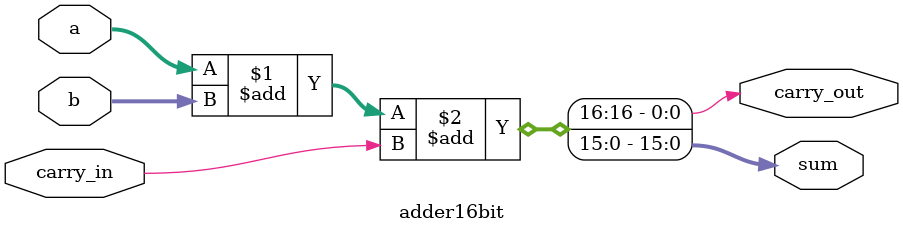
<source format=v>
module add_sub_pipeline(
    input [31:0] a,
    input [31:0] b,
    input sub,
    output [31:0] sum
);

    wire [15:0] a_lo, b_lo, sum_lo;
    wire [15:0] a_hi, b_hi, sum_hi;
    wire carry;

    // Instantiate the 16-bit adder module twice
    adder16bit adder_lo(.a(a_lo), .b(b_lo), .carry_in(sub), .sum(sum_lo), .carry_out(carry));
    adder16bit adder_hi(.a(a_hi), .b(b_hi), .carry_in(carry), .sum(sum_hi), .carry_out());

    // Connect the inputs to the 16-bit adders
    assign a_lo = a[15:0];
    assign b_lo = b[15:0] ^ (sub ? 32'hFFFF : 0);
    assign a_hi = a[31:16];
    assign b_hi = b[31:16] ^ (sub ? 32'hFFFF : 0);

    // Connect the outputs of the 16-bit adders to the output of the module
    assign sum = {sum_hi, sum_lo};

endmodule

module adder16bit(
    input [15:0] a,
    input [15:0] b,
    input carry_in,
    output [15:0] sum,
    output carry_out
);

    assign {carry_out, sum} = a + b + carry_in;

endmodule
</source>
